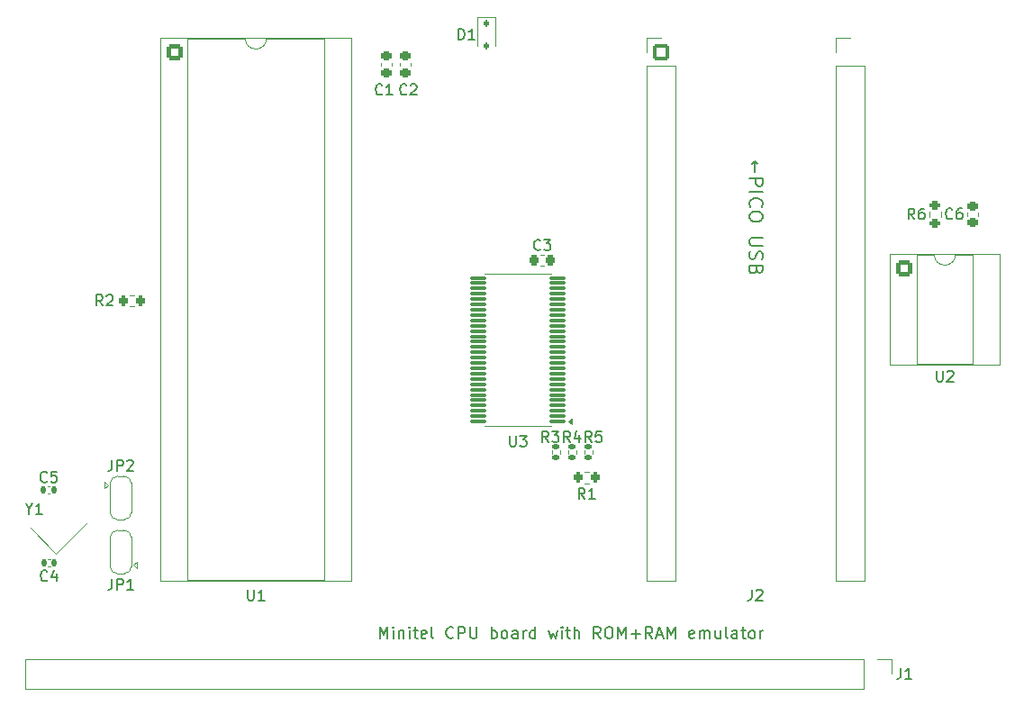
<source format=gbr>
%TF.GenerationSoftware,KiCad,Pcbnew,9.0.6-9.0.6~ubuntu24.04.1*%
%TF.CreationDate,2025-12-07T17:22:10+00:00*%
%TF.ProjectId,board_722039m,626f6172-645f-4373-9232-3033396d2e6b,rev?*%
%TF.SameCoordinates,Original*%
%TF.FileFunction,Legend,Top*%
%TF.FilePolarity,Positive*%
%FSLAX46Y46*%
G04 Gerber Fmt 4.6, Leading zero omitted, Abs format (unit mm)*
G04 Created by KiCad (PCBNEW 9.0.6-9.0.6~ubuntu24.04.1) date 2025-12-07 17:22:10*
%MOMM*%
%LPD*%
G01*
G04 APERTURE LIST*
G04 Aperture macros list*
%AMRoundRect*
0 Rectangle with rounded corners*
0 $1 Rounding radius*
0 $2 $3 $4 $5 $6 $7 $8 $9 X,Y pos of 4 corners*
0 Add a 4 corners polygon primitive as box body*
4,1,4,$2,$3,$4,$5,$6,$7,$8,$9,$2,$3,0*
0 Add four circle primitives for the rounded corners*
1,1,$1+$1,$2,$3*
1,1,$1+$1,$4,$5*
1,1,$1+$1,$6,$7*
1,1,$1+$1,$8,$9*
0 Add four rect primitives between the rounded corners*
20,1,$1+$1,$2,$3,$4,$5,0*
20,1,$1+$1,$4,$5,$6,$7,0*
20,1,$1+$1,$6,$7,$8,$9,0*
20,1,$1+$1,$8,$9,$2,$3,0*%
%AMFreePoly0*
4,1,23,0.550000,-0.750000,0.000000,-0.750000,0.000000,-0.745722,-0.065263,-0.745722,-0.191342,-0.711940,-0.304381,-0.646677,-0.396677,-0.554381,-0.461940,-0.441342,-0.495722,-0.315263,-0.495722,-0.250000,-0.500000,-0.250000,-0.500000,0.250000,-0.495722,0.250000,-0.495722,0.315263,-0.461940,0.441342,-0.396677,0.554381,-0.304381,0.646677,-0.191342,0.711940,-0.065263,0.745722,0.000000,0.745722,
0.000000,0.750000,0.550000,0.750000,0.550000,-0.750000,0.550000,-0.750000,$1*%
%AMFreePoly1*
4,1,23,0.000000,0.745722,0.065263,0.745722,0.191342,0.711940,0.304381,0.646677,0.396677,0.554381,0.461940,0.441342,0.495722,0.315263,0.495722,0.250000,0.500000,0.250000,0.500000,-0.250000,0.495722,-0.250000,0.495722,-0.315263,0.461940,-0.441342,0.396677,-0.554381,0.304381,-0.646677,0.191342,-0.711940,0.065263,-0.745722,0.000000,-0.745722,0.000000,-0.750000,-0.550000,-0.750000,
-0.550000,0.750000,0.000000,0.750000,0.000000,0.745722,0.000000,0.745722,$1*%
%AMFreePoly2*
4,1,37,0.603843,0.796157,0.639018,0.796157,0.711114,0.766294,0.766294,0.711114,0.796157,0.639018,0.796157,0.603843,0.800000,0.600000,0.800000,-0.600000,0.796157,-0.603843,0.796157,-0.639018,0.766294,-0.711114,0.711114,-0.766294,0.639018,-0.796157,0.603843,-0.796157,0.600000,-0.800000,0.000000,-0.800000,0.000000,-0.796148,-0.078414,-0.796148,-0.232228,-0.765552,-0.377117,-0.705537,
-0.507515,-0.618408,-0.618408,-0.507515,-0.705537,-0.377117,-0.765552,-0.232228,-0.796148,-0.078414,-0.796148,0.078414,-0.765552,0.232228,-0.705537,0.377117,-0.618408,0.507515,-0.507515,0.618408,-0.377117,0.705537,-0.232228,0.765552,-0.078414,0.796148,0.000000,0.796148,0.000000,0.800000,0.600000,0.800000,0.603843,0.796157,0.603843,0.796157,$1*%
%AMFreePoly3*
4,1,37,0.000000,0.796148,0.078414,0.796148,0.232228,0.765552,0.377117,0.705537,0.507515,0.618408,0.618408,0.507515,0.705537,0.377117,0.765552,0.232228,0.796148,0.078414,0.796148,-0.078414,0.765552,-0.232228,0.705537,-0.377117,0.618408,-0.507515,0.507515,-0.618408,0.377117,-0.705537,0.232228,-0.765552,0.078414,-0.796148,0.000000,-0.796148,0.000000,-0.800000,-0.600000,-0.800000,
-0.603843,-0.796157,-0.639018,-0.796157,-0.711114,-0.766294,-0.766294,-0.711114,-0.796157,-0.639018,-0.796157,-0.603843,-0.800000,-0.600000,-0.800000,0.600000,-0.796157,0.603843,-0.796157,0.639018,-0.766294,0.711114,-0.711114,0.766294,-0.639018,0.796157,-0.603843,0.796157,-0.600000,0.800000,0.000000,0.800000,0.000000,0.796148,0.000000,0.796148,$1*%
G04 Aperture macros list end*
%ADD10C,0.180000*%
%ADD11C,0.200000*%
%ADD12C,0.150000*%
%ADD13C,0.120000*%
%ADD14RoundRect,0.250000X-0.550000X-0.550000X0.550000X-0.550000X0.550000X0.550000X-0.550000X0.550000X0*%
%ADD15C,1.600000*%
%ADD16RoundRect,0.140000X-0.140000X-0.170000X0.140000X-0.170000X0.140000X0.170000X-0.140000X0.170000X0*%
%ADD17C,1.300000*%
%ADD18RoundRect,0.135000X0.185000X-0.135000X0.185000X0.135000X-0.185000X0.135000X-0.185000X-0.135000X0*%
%ADD19RoundRect,0.075000X0.662500X0.075000X-0.662500X0.075000X-0.662500X-0.075000X0.662500X-0.075000X0*%
%ADD20FreePoly0,270.000000*%
%ADD21R,1.500000X1.000000*%
%ADD22FreePoly1,270.000000*%
%ADD23RoundRect,0.225000X-0.250000X0.225000X-0.250000X-0.225000X0.250000X-0.225000X0.250000X0.225000X0*%
%ADD24RoundRect,0.250000X-0.070711X-0.565685X0.565685X0.070711X0.070711X0.565685X-0.565685X-0.070711X0*%
%ADD25RoundRect,0.225000X-0.225000X-0.250000X0.225000X-0.250000X0.225000X0.250000X-0.225000X0.250000X0*%
%ADD26RoundRect,0.112500X-0.112500X0.187500X-0.112500X-0.187500X0.112500X-0.187500X0.112500X0.187500X0*%
%ADD27RoundRect,0.200000X-0.600000X-0.600000X0.600000X-0.600000X0.600000X0.600000X-0.600000X0.600000X0*%
%ADD28FreePoly2,0.000000*%
%ADD29FreePoly3,0.000000*%
%ADD30RoundRect,0.200000X0.200000X0.275000X-0.200000X0.275000X-0.200000X-0.275000X0.200000X-0.275000X0*%
%ADD31RoundRect,0.200000X-0.200000X-0.275000X0.200000X-0.275000X0.200000X0.275000X-0.200000X0.275000X0*%
%ADD32FreePoly0,90.000000*%
%ADD33FreePoly1,90.000000*%
%ADD34RoundRect,0.200000X-0.275000X0.200000X-0.275000X-0.200000X0.275000X-0.200000X0.275000X0.200000X0*%
%ADD35R,1.700000X1.700000*%
%ADD36C,1.700000*%
G04 APERTURE END LIST*
D10*
X81398925Y-92972420D02*
X81398925Y-91872420D01*
X81398925Y-91872420D02*
X81765592Y-92658135D01*
X81765592Y-92658135D02*
X82132259Y-91872420D01*
X82132259Y-91872420D02*
X82132259Y-92972420D01*
X82656068Y-92972420D02*
X82656068Y-92239087D01*
X82656068Y-91872420D02*
X82603687Y-91924801D01*
X82603687Y-91924801D02*
X82656068Y-91977182D01*
X82656068Y-91977182D02*
X82708449Y-91924801D01*
X82708449Y-91924801D02*
X82656068Y-91872420D01*
X82656068Y-91872420D02*
X82656068Y-91977182D01*
X83179878Y-92239087D02*
X83179878Y-92972420D01*
X83179878Y-92343849D02*
X83232259Y-92291468D01*
X83232259Y-92291468D02*
X83337021Y-92239087D01*
X83337021Y-92239087D02*
X83494164Y-92239087D01*
X83494164Y-92239087D02*
X83598926Y-92291468D01*
X83598926Y-92291468D02*
X83651307Y-92396230D01*
X83651307Y-92396230D02*
X83651307Y-92972420D01*
X84175116Y-92972420D02*
X84175116Y-92239087D01*
X84175116Y-91872420D02*
X84122735Y-91924801D01*
X84122735Y-91924801D02*
X84175116Y-91977182D01*
X84175116Y-91977182D02*
X84227497Y-91924801D01*
X84227497Y-91924801D02*
X84175116Y-91872420D01*
X84175116Y-91872420D02*
X84175116Y-91977182D01*
X84541783Y-92239087D02*
X84960831Y-92239087D01*
X84698926Y-91872420D02*
X84698926Y-92815278D01*
X84698926Y-92815278D02*
X84751307Y-92920040D01*
X84751307Y-92920040D02*
X84856069Y-92972420D01*
X84856069Y-92972420D02*
X84960831Y-92972420D01*
X85746545Y-92920040D02*
X85641783Y-92972420D01*
X85641783Y-92972420D02*
X85432259Y-92972420D01*
X85432259Y-92972420D02*
X85327497Y-92920040D01*
X85327497Y-92920040D02*
X85275116Y-92815278D01*
X85275116Y-92815278D02*
X85275116Y-92396230D01*
X85275116Y-92396230D02*
X85327497Y-92291468D01*
X85327497Y-92291468D02*
X85432259Y-92239087D01*
X85432259Y-92239087D02*
X85641783Y-92239087D01*
X85641783Y-92239087D02*
X85746545Y-92291468D01*
X85746545Y-92291468D02*
X85798926Y-92396230D01*
X85798926Y-92396230D02*
X85798926Y-92500992D01*
X85798926Y-92500992D02*
X85275116Y-92605754D01*
X86427497Y-92972420D02*
X86322735Y-92920040D01*
X86322735Y-92920040D02*
X86270354Y-92815278D01*
X86270354Y-92815278D02*
X86270354Y-91872420D01*
X88313211Y-92867659D02*
X88260830Y-92920040D01*
X88260830Y-92920040D02*
X88103687Y-92972420D01*
X88103687Y-92972420D02*
X87998925Y-92972420D01*
X87998925Y-92972420D02*
X87841782Y-92920040D01*
X87841782Y-92920040D02*
X87737020Y-92815278D01*
X87737020Y-92815278D02*
X87684639Y-92710516D01*
X87684639Y-92710516D02*
X87632258Y-92500992D01*
X87632258Y-92500992D02*
X87632258Y-92343849D01*
X87632258Y-92343849D02*
X87684639Y-92134325D01*
X87684639Y-92134325D02*
X87737020Y-92029563D01*
X87737020Y-92029563D02*
X87841782Y-91924801D01*
X87841782Y-91924801D02*
X87998925Y-91872420D01*
X87998925Y-91872420D02*
X88103687Y-91872420D01*
X88103687Y-91872420D02*
X88260830Y-91924801D01*
X88260830Y-91924801D02*
X88313211Y-91977182D01*
X88784639Y-92972420D02*
X88784639Y-91872420D01*
X88784639Y-91872420D02*
X89203687Y-91872420D01*
X89203687Y-91872420D02*
X89308449Y-91924801D01*
X89308449Y-91924801D02*
X89360830Y-91977182D01*
X89360830Y-91977182D02*
X89413211Y-92081944D01*
X89413211Y-92081944D02*
X89413211Y-92239087D01*
X89413211Y-92239087D02*
X89360830Y-92343849D01*
X89360830Y-92343849D02*
X89308449Y-92396230D01*
X89308449Y-92396230D02*
X89203687Y-92448611D01*
X89203687Y-92448611D02*
X88784639Y-92448611D01*
X89884639Y-91872420D02*
X89884639Y-92762897D01*
X89884639Y-92762897D02*
X89937020Y-92867659D01*
X89937020Y-92867659D02*
X89989401Y-92920040D01*
X89989401Y-92920040D02*
X90094163Y-92972420D01*
X90094163Y-92972420D02*
X90303687Y-92972420D01*
X90303687Y-92972420D02*
X90408449Y-92920040D01*
X90408449Y-92920040D02*
X90460830Y-92867659D01*
X90460830Y-92867659D02*
X90513211Y-92762897D01*
X90513211Y-92762897D02*
X90513211Y-91872420D01*
X91875115Y-92972420D02*
X91875115Y-91872420D01*
X91875115Y-92291468D02*
X91979877Y-92239087D01*
X91979877Y-92239087D02*
X92189401Y-92239087D01*
X92189401Y-92239087D02*
X92294163Y-92291468D01*
X92294163Y-92291468D02*
X92346544Y-92343849D01*
X92346544Y-92343849D02*
X92398925Y-92448611D01*
X92398925Y-92448611D02*
X92398925Y-92762897D01*
X92398925Y-92762897D02*
X92346544Y-92867659D01*
X92346544Y-92867659D02*
X92294163Y-92920040D01*
X92294163Y-92920040D02*
X92189401Y-92972420D01*
X92189401Y-92972420D02*
X91979877Y-92972420D01*
X91979877Y-92972420D02*
X91875115Y-92920040D01*
X93027496Y-92972420D02*
X92922734Y-92920040D01*
X92922734Y-92920040D02*
X92870353Y-92867659D01*
X92870353Y-92867659D02*
X92817972Y-92762897D01*
X92817972Y-92762897D02*
X92817972Y-92448611D01*
X92817972Y-92448611D02*
X92870353Y-92343849D01*
X92870353Y-92343849D02*
X92922734Y-92291468D01*
X92922734Y-92291468D02*
X93027496Y-92239087D01*
X93027496Y-92239087D02*
X93184639Y-92239087D01*
X93184639Y-92239087D02*
X93289401Y-92291468D01*
X93289401Y-92291468D02*
X93341782Y-92343849D01*
X93341782Y-92343849D02*
X93394163Y-92448611D01*
X93394163Y-92448611D02*
X93394163Y-92762897D01*
X93394163Y-92762897D02*
X93341782Y-92867659D01*
X93341782Y-92867659D02*
X93289401Y-92920040D01*
X93289401Y-92920040D02*
X93184639Y-92972420D01*
X93184639Y-92972420D02*
X93027496Y-92972420D01*
X94337020Y-92972420D02*
X94337020Y-92396230D01*
X94337020Y-92396230D02*
X94284639Y-92291468D01*
X94284639Y-92291468D02*
X94179877Y-92239087D01*
X94179877Y-92239087D02*
X93970353Y-92239087D01*
X93970353Y-92239087D02*
X93865591Y-92291468D01*
X94337020Y-92920040D02*
X94232258Y-92972420D01*
X94232258Y-92972420D02*
X93970353Y-92972420D01*
X93970353Y-92972420D02*
X93865591Y-92920040D01*
X93865591Y-92920040D02*
X93813210Y-92815278D01*
X93813210Y-92815278D02*
X93813210Y-92710516D01*
X93813210Y-92710516D02*
X93865591Y-92605754D01*
X93865591Y-92605754D02*
X93970353Y-92553373D01*
X93970353Y-92553373D02*
X94232258Y-92553373D01*
X94232258Y-92553373D02*
X94337020Y-92500992D01*
X94860829Y-92972420D02*
X94860829Y-92239087D01*
X94860829Y-92448611D02*
X94913210Y-92343849D01*
X94913210Y-92343849D02*
X94965591Y-92291468D01*
X94965591Y-92291468D02*
X95070353Y-92239087D01*
X95070353Y-92239087D02*
X95175115Y-92239087D01*
X96013210Y-92972420D02*
X96013210Y-91872420D01*
X96013210Y-92920040D02*
X95908448Y-92972420D01*
X95908448Y-92972420D02*
X95698924Y-92972420D01*
X95698924Y-92972420D02*
X95594162Y-92920040D01*
X95594162Y-92920040D02*
X95541781Y-92867659D01*
X95541781Y-92867659D02*
X95489400Y-92762897D01*
X95489400Y-92762897D02*
X95489400Y-92448611D01*
X95489400Y-92448611D02*
X95541781Y-92343849D01*
X95541781Y-92343849D02*
X95594162Y-92291468D01*
X95594162Y-92291468D02*
X95698924Y-92239087D01*
X95698924Y-92239087D02*
X95908448Y-92239087D01*
X95908448Y-92239087D02*
X96013210Y-92291468D01*
X97270352Y-92239087D02*
X97479876Y-92972420D01*
X97479876Y-92972420D02*
X97689400Y-92448611D01*
X97689400Y-92448611D02*
X97898924Y-92972420D01*
X97898924Y-92972420D02*
X98108448Y-92239087D01*
X98527495Y-92972420D02*
X98527495Y-92239087D01*
X98527495Y-91872420D02*
X98475114Y-91924801D01*
X98475114Y-91924801D02*
X98527495Y-91977182D01*
X98527495Y-91977182D02*
X98579876Y-91924801D01*
X98579876Y-91924801D02*
X98527495Y-91872420D01*
X98527495Y-91872420D02*
X98527495Y-91977182D01*
X98894162Y-92239087D02*
X99313210Y-92239087D01*
X99051305Y-91872420D02*
X99051305Y-92815278D01*
X99051305Y-92815278D02*
X99103686Y-92920040D01*
X99103686Y-92920040D02*
X99208448Y-92972420D01*
X99208448Y-92972420D02*
X99313210Y-92972420D01*
X99679876Y-92972420D02*
X99679876Y-91872420D01*
X100151305Y-92972420D02*
X100151305Y-92396230D01*
X100151305Y-92396230D02*
X100098924Y-92291468D01*
X100098924Y-92291468D02*
X99994162Y-92239087D01*
X99994162Y-92239087D02*
X99837019Y-92239087D01*
X99837019Y-92239087D02*
X99732257Y-92291468D01*
X99732257Y-92291468D02*
X99679876Y-92343849D01*
X102141781Y-92972420D02*
X101775114Y-92448611D01*
X101513209Y-92972420D02*
X101513209Y-91872420D01*
X101513209Y-91872420D02*
X101932257Y-91872420D01*
X101932257Y-91872420D02*
X102037019Y-91924801D01*
X102037019Y-91924801D02*
X102089400Y-91977182D01*
X102089400Y-91977182D02*
X102141781Y-92081944D01*
X102141781Y-92081944D02*
X102141781Y-92239087D01*
X102141781Y-92239087D02*
X102089400Y-92343849D01*
X102089400Y-92343849D02*
X102037019Y-92396230D01*
X102037019Y-92396230D02*
X101932257Y-92448611D01*
X101932257Y-92448611D02*
X101513209Y-92448611D01*
X102822733Y-91872420D02*
X103032257Y-91872420D01*
X103032257Y-91872420D02*
X103137019Y-91924801D01*
X103137019Y-91924801D02*
X103241781Y-92029563D01*
X103241781Y-92029563D02*
X103294162Y-92239087D01*
X103294162Y-92239087D02*
X103294162Y-92605754D01*
X103294162Y-92605754D02*
X103241781Y-92815278D01*
X103241781Y-92815278D02*
X103137019Y-92920040D01*
X103137019Y-92920040D02*
X103032257Y-92972420D01*
X103032257Y-92972420D02*
X102822733Y-92972420D01*
X102822733Y-92972420D02*
X102717971Y-92920040D01*
X102717971Y-92920040D02*
X102613209Y-92815278D01*
X102613209Y-92815278D02*
X102560828Y-92605754D01*
X102560828Y-92605754D02*
X102560828Y-92239087D01*
X102560828Y-92239087D02*
X102613209Y-92029563D01*
X102613209Y-92029563D02*
X102717971Y-91924801D01*
X102717971Y-91924801D02*
X102822733Y-91872420D01*
X103765590Y-92972420D02*
X103765590Y-91872420D01*
X103765590Y-91872420D02*
X104132257Y-92658135D01*
X104132257Y-92658135D02*
X104498924Y-91872420D01*
X104498924Y-91872420D02*
X104498924Y-92972420D01*
X105022733Y-92553373D02*
X105860829Y-92553373D01*
X105441781Y-92972420D02*
X105441781Y-92134325D01*
X107013210Y-92972420D02*
X106646543Y-92448611D01*
X106384638Y-92972420D02*
X106384638Y-91872420D01*
X106384638Y-91872420D02*
X106803686Y-91872420D01*
X106803686Y-91872420D02*
X106908448Y-91924801D01*
X106908448Y-91924801D02*
X106960829Y-91977182D01*
X106960829Y-91977182D02*
X107013210Y-92081944D01*
X107013210Y-92081944D02*
X107013210Y-92239087D01*
X107013210Y-92239087D02*
X106960829Y-92343849D01*
X106960829Y-92343849D02*
X106908448Y-92396230D01*
X106908448Y-92396230D02*
X106803686Y-92448611D01*
X106803686Y-92448611D02*
X106384638Y-92448611D01*
X107432257Y-92658135D02*
X107956067Y-92658135D01*
X107327495Y-92972420D02*
X107694162Y-91872420D01*
X107694162Y-91872420D02*
X108060829Y-92972420D01*
X108427495Y-92972420D02*
X108427495Y-91872420D01*
X108427495Y-91872420D02*
X108794162Y-92658135D01*
X108794162Y-92658135D02*
X109160829Y-91872420D01*
X109160829Y-91872420D02*
X109160829Y-92972420D01*
X110941781Y-92920040D02*
X110837019Y-92972420D01*
X110837019Y-92972420D02*
X110627495Y-92972420D01*
X110627495Y-92972420D02*
X110522733Y-92920040D01*
X110522733Y-92920040D02*
X110470352Y-92815278D01*
X110470352Y-92815278D02*
X110470352Y-92396230D01*
X110470352Y-92396230D02*
X110522733Y-92291468D01*
X110522733Y-92291468D02*
X110627495Y-92239087D01*
X110627495Y-92239087D02*
X110837019Y-92239087D01*
X110837019Y-92239087D02*
X110941781Y-92291468D01*
X110941781Y-92291468D02*
X110994162Y-92396230D01*
X110994162Y-92396230D02*
X110994162Y-92500992D01*
X110994162Y-92500992D02*
X110470352Y-92605754D01*
X111465590Y-92972420D02*
X111465590Y-92239087D01*
X111465590Y-92343849D02*
X111517971Y-92291468D01*
X111517971Y-92291468D02*
X111622733Y-92239087D01*
X111622733Y-92239087D02*
X111779876Y-92239087D01*
X111779876Y-92239087D02*
X111884638Y-92291468D01*
X111884638Y-92291468D02*
X111937019Y-92396230D01*
X111937019Y-92396230D02*
X111937019Y-92972420D01*
X111937019Y-92396230D02*
X111989400Y-92291468D01*
X111989400Y-92291468D02*
X112094162Y-92239087D01*
X112094162Y-92239087D02*
X112251305Y-92239087D01*
X112251305Y-92239087D02*
X112356066Y-92291468D01*
X112356066Y-92291468D02*
X112408447Y-92396230D01*
X112408447Y-92396230D02*
X112408447Y-92972420D01*
X113403686Y-92239087D02*
X113403686Y-92972420D01*
X112932257Y-92239087D02*
X112932257Y-92815278D01*
X112932257Y-92815278D02*
X112984638Y-92920040D01*
X112984638Y-92920040D02*
X113089400Y-92972420D01*
X113089400Y-92972420D02*
X113246543Y-92972420D01*
X113246543Y-92972420D02*
X113351305Y-92920040D01*
X113351305Y-92920040D02*
X113403686Y-92867659D01*
X114084638Y-92972420D02*
X113979876Y-92920040D01*
X113979876Y-92920040D02*
X113927495Y-92815278D01*
X113927495Y-92815278D02*
X113927495Y-91872420D01*
X114975114Y-92972420D02*
X114975114Y-92396230D01*
X114975114Y-92396230D02*
X114922733Y-92291468D01*
X114922733Y-92291468D02*
X114817971Y-92239087D01*
X114817971Y-92239087D02*
X114608447Y-92239087D01*
X114608447Y-92239087D02*
X114503685Y-92291468D01*
X114975114Y-92920040D02*
X114870352Y-92972420D01*
X114870352Y-92972420D02*
X114608447Y-92972420D01*
X114608447Y-92972420D02*
X114503685Y-92920040D01*
X114503685Y-92920040D02*
X114451304Y-92815278D01*
X114451304Y-92815278D02*
X114451304Y-92710516D01*
X114451304Y-92710516D02*
X114503685Y-92605754D01*
X114503685Y-92605754D02*
X114608447Y-92553373D01*
X114608447Y-92553373D02*
X114870352Y-92553373D01*
X114870352Y-92553373D02*
X114975114Y-92500992D01*
X115341780Y-92239087D02*
X115760828Y-92239087D01*
X115498923Y-91872420D02*
X115498923Y-92815278D01*
X115498923Y-92815278D02*
X115551304Y-92920040D01*
X115551304Y-92920040D02*
X115656066Y-92972420D01*
X115656066Y-92972420D02*
X115760828Y-92972420D01*
X116284637Y-92972420D02*
X116179875Y-92920040D01*
X116179875Y-92920040D02*
X116127494Y-92867659D01*
X116127494Y-92867659D02*
X116075113Y-92762897D01*
X116075113Y-92762897D02*
X116075113Y-92448611D01*
X116075113Y-92448611D02*
X116127494Y-92343849D01*
X116127494Y-92343849D02*
X116179875Y-92291468D01*
X116179875Y-92291468D02*
X116284637Y-92239087D01*
X116284637Y-92239087D02*
X116441780Y-92239087D01*
X116441780Y-92239087D02*
X116546542Y-92291468D01*
X116546542Y-92291468D02*
X116598923Y-92343849D01*
X116598923Y-92343849D02*
X116651304Y-92448611D01*
X116651304Y-92448611D02*
X116651304Y-92762897D01*
X116651304Y-92762897D02*
X116598923Y-92867659D01*
X116598923Y-92867659D02*
X116546542Y-92920040D01*
X116546542Y-92920040D02*
X116441780Y-92972420D01*
X116441780Y-92972420D02*
X116284637Y-92972420D01*
X117122732Y-92972420D02*
X117122732Y-92239087D01*
X117122732Y-92448611D02*
X117175113Y-92343849D01*
X117175113Y-92343849D02*
X117227494Y-92291468D01*
X117227494Y-92291468D02*
X117332256Y-92239087D01*
X117332256Y-92239087D02*
X117437018Y-92239087D01*
D11*
X116606233Y-49099524D02*
X116606233Y-48109047D01*
X116358614Y-48356666D02*
X116606233Y-48109047D01*
X116606233Y-48109047D02*
X116853852Y-48356666D01*
X116110995Y-49718571D02*
X117410995Y-49718571D01*
X117410995Y-49718571D02*
X117410995Y-50213809D01*
X117410995Y-50213809D02*
X117349090Y-50337619D01*
X117349090Y-50337619D02*
X117287185Y-50399524D01*
X117287185Y-50399524D02*
X117163376Y-50461428D01*
X117163376Y-50461428D02*
X116977661Y-50461428D01*
X116977661Y-50461428D02*
X116853852Y-50399524D01*
X116853852Y-50399524D02*
X116791947Y-50337619D01*
X116791947Y-50337619D02*
X116730042Y-50213809D01*
X116730042Y-50213809D02*
X116730042Y-49718571D01*
X116110995Y-51018571D02*
X117410995Y-51018571D01*
X116234804Y-52380476D02*
X116172900Y-52318572D01*
X116172900Y-52318572D02*
X116110995Y-52132857D01*
X116110995Y-52132857D02*
X116110995Y-52009048D01*
X116110995Y-52009048D02*
X116172900Y-51823334D01*
X116172900Y-51823334D02*
X116296709Y-51699524D01*
X116296709Y-51699524D02*
X116420519Y-51637619D01*
X116420519Y-51637619D02*
X116668138Y-51575715D01*
X116668138Y-51575715D02*
X116853852Y-51575715D01*
X116853852Y-51575715D02*
X117101471Y-51637619D01*
X117101471Y-51637619D02*
X117225280Y-51699524D01*
X117225280Y-51699524D02*
X117349090Y-51823334D01*
X117349090Y-51823334D02*
X117410995Y-52009048D01*
X117410995Y-52009048D02*
X117410995Y-52132857D01*
X117410995Y-52132857D02*
X117349090Y-52318572D01*
X117349090Y-52318572D02*
X117287185Y-52380476D01*
X117410995Y-53185238D02*
X117410995Y-53432857D01*
X117410995Y-53432857D02*
X117349090Y-53556667D01*
X117349090Y-53556667D02*
X117225280Y-53680476D01*
X117225280Y-53680476D02*
X116977661Y-53742381D01*
X116977661Y-53742381D02*
X116544328Y-53742381D01*
X116544328Y-53742381D02*
X116296709Y-53680476D01*
X116296709Y-53680476D02*
X116172900Y-53556667D01*
X116172900Y-53556667D02*
X116110995Y-53432857D01*
X116110995Y-53432857D02*
X116110995Y-53185238D01*
X116110995Y-53185238D02*
X116172900Y-53061429D01*
X116172900Y-53061429D02*
X116296709Y-52937619D01*
X116296709Y-52937619D02*
X116544328Y-52875715D01*
X116544328Y-52875715D02*
X116977661Y-52875715D01*
X116977661Y-52875715D02*
X117225280Y-52937619D01*
X117225280Y-52937619D02*
X117349090Y-53061429D01*
X117349090Y-53061429D02*
X117410995Y-53185238D01*
X117410995Y-55290000D02*
X116358614Y-55290000D01*
X116358614Y-55290000D02*
X116234804Y-55351905D01*
X116234804Y-55351905D02*
X116172900Y-55413810D01*
X116172900Y-55413810D02*
X116110995Y-55537619D01*
X116110995Y-55537619D02*
X116110995Y-55785238D01*
X116110995Y-55785238D02*
X116172900Y-55909048D01*
X116172900Y-55909048D02*
X116234804Y-55970953D01*
X116234804Y-55970953D02*
X116358614Y-56032857D01*
X116358614Y-56032857D02*
X117410995Y-56032857D01*
X116172900Y-56590001D02*
X116110995Y-56775715D01*
X116110995Y-56775715D02*
X116110995Y-57085239D01*
X116110995Y-57085239D02*
X116172900Y-57209048D01*
X116172900Y-57209048D02*
X116234804Y-57270953D01*
X116234804Y-57270953D02*
X116358614Y-57332858D01*
X116358614Y-57332858D02*
X116482423Y-57332858D01*
X116482423Y-57332858D02*
X116606233Y-57270953D01*
X116606233Y-57270953D02*
X116668138Y-57209048D01*
X116668138Y-57209048D02*
X116730042Y-57085239D01*
X116730042Y-57085239D02*
X116791947Y-56837620D01*
X116791947Y-56837620D02*
X116853852Y-56713810D01*
X116853852Y-56713810D02*
X116915757Y-56651905D01*
X116915757Y-56651905D02*
X117039566Y-56590001D01*
X117039566Y-56590001D02*
X117163376Y-56590001D01*
X117163376Y-56590001D02*
X117287185Y-56651905D01*
X117287185Y-56651905D02*
X117349090Y-56713810D01*
X117349090Y-56713810D02*
X117410995Y-56837620D01*
X117410995Y-56837620D02*
X117410995Y-57147143D01*
X117410995Y-57147143D02*
X117349090Y-57332858D01*
X116791947Y-58323334D02*
X116730042Y-58509048D01*
X116730042Y-58509048D02*
X116668138Y-58570953D01*
X116668138Y-58570953D02*
X116544328Y-58632857D01*
X116544328Y-58632857D02*
X116358614Y-58632857D01*
X116358614Y-58632857D02*
X116234804Y-58570953D01*
X116234804Y-58570953D02*
X116172900Y-58509048D01*
X116172900Y-58509048D02*
X116110995Y-58385238D01*
X116110995Y-58385238D02*
X116110995Y-57890000D01*
X116110995Y-57890000D02*
X117410995Y-57890000D01*
X117410995Y-57890000D02*
X117410995Y-58323334D01*
X117410995Y-58323334D02*
X117349090Y-58447143D01*
X117349090Y-58447143D02*
X117287185Y-58509048D01*
X117287185Y-58509048D02*
X117163376Y-58570953D01*
X117163376Y-58570953D02*
X117039566Y-58570953D01*
X117039566Y-58570953D02*
X116915757Y-58509048D01*
X116915757Y-58509048D02*
X116853852Y-58447143D01*
X116853852Y-58447143D02*
X116791947Y-58323334D01*
X116791947Y-58323334D02*
X116791947Y-57890000D01*
D12*
X68978095Y-88388819D02*
X68978095Y-89198342D01*
X68978095Y-89198342D02*
X69025714Y-89293580D01*
X69025714Y-89293580D02*
X69073333Y-89341200D01*
X69073333Y-89341200D02*
X69168571Y-89388819D01*
X69168571Y-89388819D02*
X69359047Y-89388819D01*
X69359047Y-89388819D02*
X69454285Y-89341200D01*
X69454285Y-89341200D02*
X69501904Y-89293580D01*
X69501904Y-89293580D02*
X69549523Y-89198342D01*
X69549523Y-89198342D02*
X69549523Y-88388819D01*
X70549523Y-89388819D02*
X69978095Y-89388819D01*
X70263809Y-89388819D02*
X70263809Y-88388819D01*
X70263809Y-88388819D02*
X70168571Y-88531676D01*
X70168571Y-88531676D02*
X70073333Y-88626914D01*
X70073333Y-88626914D02*
X69978095Y-88674533D01*
X50097333Y-78193580D02*
X50049714Y-78241200D01*
X50049714Y-78241200D02*
X49906857Y-78288819D01*
X49906857Y-78288819D02*
X49811619Y-78288819D01*
X49811619Y-78288819D02*
X49668762Y-78241200D01*
X49668762Y-78241200D02*
X49573524Y-78145961D01*
X49573524Y-78145961D02*
X49525905Y-78050723D01*
X49525905Y-78050723D02*
X49478286Y-77860247D01*
X49478286Y-77860247D02*
X49478286Y-77717390D01*
X49478286Y-77717390D02*
X49525905Y-77526914D01*
X49525905Y-77526914D02*
X49573524Y-77431676D01*
X49573524Y-77431676D02*
X49668762Y-77336438D01*
X49668762Y-77336438D02*
X49811619Y-77288819D01*
X49811619Y-77288819D02*
X49906857Y-77288819D01*
X49906857Y-77288819D02*
X50049714Y-77336438D01*
X50049714Y-77336438D02*
X50097333Y-77384057D01*
X51002095Y-77288819D02*
X50525905Y-77288819D01*
X50525905Y-77288819D02*
X50478286Y-77765009D01*
X50478286Y-77765009D02*
X50525905Y-77717390D01*
X50525905Y-77717390D02*
X50621143Y-77669771D01*
X50621143Y-77669771D02*
X50859238Y-77669771D01*
X50859238Y-77669771D02*
X50954476Y-77717390D01*
X50954476Y-77717390D02*
X51002095Y-77765009D01*
X51002095Y-77765009D02*
X51049714Y-77860247D01*
X51049714Y-77860247D02*
X51049714Y-78098342D01*
X51049714Y-78098342D02*
X51002095Y-78193580D01*
X51002095Y-78193580D02*
X50954476Y-78241200D01*
X50954476Y-78241200D02*
X50859238Y-78288819D01*
X50859238Y-78288819D02*
X50621143Y-78288819D01*
X50621143Y-78288819D02*
X50525905Y-78241200D01*
X50525905Y-78241200D02*
X50478286Y-78193580D01*
X101306333Y-74495819D02*
X100973000Y-74019628D01*
X100734905Y-74495819D02*
X100734905Y-73495819D01*
X100734905Y-73495819D02*
X101115857Y-73495819D01*
X101115857Y-73495819D02*
X101211095Y-73543438D01*
X101211095Y-73543438D02*
X101258714Y-73591057D01*
X101258714Y-73591057D02*
X101306333Y-73686295D01*
X101306333Y-73686295D02*
X101306333Y-73829152D01*
X101306333Y-73829152D02*
X101258714Y-73924390D01*
X101258714Y-73924390D02*
X101211095Y-73972009D01*
X101211095Y-73972009D02*
X101115857Y-74019628D01*
X101115857Y-74019628D02*
X100734905Y-74019628D01*
X102211095Y-73495819D02*
X101734905Y-73495819D01*
X101734905Y-73495819D02*
X101687286Y-73972009D01*
X101687286Y-73972009D02*
X101734905Y-73924390D01*
X101734905Y-73924390D02*
X101830143Y-73876771D01*
X101830143Y-73876771D02*
X102068238Y-73876771D01*
X102068238Y-73876771D02*
X102163476Y-73924390D01*
X102163476Y-73924390D02*
X102211095Y-73972009D01*
X102211095Y-73972009D02*
X102258714Y-74067247D01*
X102258714Y-74067247D02*
X102258714Y-74305342D01*
X102258714Y-74305342D02*
X102211095Y-74400580D01*
X102211095Y-74400580D02*
X102163476Y-74448200D01*
X102163476Y-74448200D02*
X102068238Y-74495819D01*
X102068238Y-74495819D02*
X101830143Y-74495819D01*
X101830143Y-74495819D02*
X101734905Y-74448200D01*
X101734905Y-74448200D02*
X101687286Y-74400580D01*
X93616095Y-73910819D02*
X93616095Y-74720342D01*
X93616095Y-74720342D02*
X93663714Y-74815580D01*
X93663714Y-74815580D02*
X93711333Y-74863200D01*
X93711333Y-74863200D02*
X93806571Y-74910819D01*
X93806571Y-74910819D02*
X93997047Y-74910819D01*
X93997047Y-74910819D02*
X94092285Y-74863200D01*
X94092285Y-74863200D02*
X94139904Y-74815580D01*
X94139904Y-74815580D02*
X94187523Y-74720342D01*
X94187523Y-74720342D02*
X94187523Y-73910819D01*
X94568476Y-73910819D02*
X95187523Y-73910819D01*
X95187523Y-73910819D02*
X94854190Y-74291771D01*
X94854190Y-74291771D02*
X94997047Y-74291771D01*
X94997047Y-74291771D02*
X95092285Y-74339390D01*
X95092285Y-74339390D02*
X95139904Y-74387009D01*
X95139904Y-74387009D02*
X95187523Y-74482247D01*
X95187523Y-74482247D02*
X95187523Y-74720342D01*
X95187523Y-74720342D02*
X95139904Y-74815580D01*
X95139904Y-74815580D02*
X95092285Y-74863200D01*
X95092285Y-74863200D02*
X94997047Y-74910819D01*
X94997047Y-74910819D02*
X94711333Y-74910819D01*
X94711333Y-74910819D02*
X94616095Y-74863200D01*
X94616095Y-74863200D02*
X94568476Y-74815580D01*
X99291333Y-74495819D02*
X98958000Y-74019628D01*
X98719905Y-74495819D02*
X98719905Y-73495819D01*
X98719905Y-73495819D02*
X99100857Y-73495819D01*
X99100857Y-73495819D02*
X99196095Y-73543438D01*
X99196095Y-73543438D02*
X99243714Y-73591057D01*
X99243714Y-73591057D02*
X99291333Y-73686295D01*
X99291333Y-73686295D02*
X99291333Y-73829152D01*
X99291333Y-73829152D02*
X99243714Y-73924390D01*
X99243714Y-73924390D02*
X99196095Y-73972009D01*
X99196095Y-73972009D02*
X99100857Y-74019628D01*
X99100857Y-74019628D02*
X98719905Y-74019628D01*
X100148476Y-73829152D02*
X100148476Y-74495819D01*
X99910381Y-73448200D02*
X99672286Y-74162485D01*
X99672286Y-74162485D02*
X100291333Y-74162485D01*
X56206666Y-76196819D02*
X56206666Y-76911104D01*
X56206666Y-76911104D02*
X56159047Y-77053961D01*
X56159047Y-77053961D02*
X56063809Y-77149200D01*
X56063809Y-77149200D02*
X55920952Y-77196819D01*
X55920952Y-77196819D02*
X55825714Y-77196819D01*
X56682857Y-77196819D02*
X56682857Y-76196819D01*
X56682857Y-76196819D02*
X57063809Y-76196819D01*
X57063809Y-76196819D02*
X57159047Y-76244438D01*
X57159047Y-76244438D02*
X57206666Y-76292057D01*
X57206666Y-76292057D02*
X57254285Y-76387295D01*
X57254285Y-76387295D02*
X57254285Y-76530152D01*
X57254285Y-76530152D02*
X57206666Y-76625390D01*
X57206666Y-76625390D02*
X57159047Y-76673009D01*
X57159047Y-76673009D02*
X57063809Y-76720628D01*
X57063809Y-76720628D02*
X56682857Y-76720628D01*
X57635238Y-76292057D02*
X57682857Y-76244438D01*
X57682857Y-76244438D02*
X57778095Y-76196819D01*
X57778095Y-76196819D02*
X58016190Y-76196819D01*
X58016190Y-76196819D02*
X58111428Y-76244438D01*
X58111428Y-76244438D02*
X58159047Y-76292057D01*
X58159047Y-76292057D02*
X58206666Y-76387295D01*
X58206666Y-76387295D02*
X58206666Y-76482533D01*
X58206666Y-76482533D02*
X58159047Y-76625390D01*
X58159047Y-76625390D02*
X57587619Y-77196819D01*
X57587619Y-77196819D02*
X58206666Y-77196819D01*
X83907333Y-41761580D02*
X83859714Y-41809200D01*
X83859714Y-41809200D02*
X83716857Y-41856819D01*
X83716857Y-41856819D02*
X83621619Y-41856819D01*
X83621619Y-41856819D02*
X83478762Y-41809200D01*
X83478762Y-41809200D02*
X83383524Y-41713961D01*
X83383524Y-41713961D02*
X83335905Y-41618723D01*
X83335905Y-41618723D02*
X83288286Y-41428247D01*
X83288286Y-41428247D02*
X83288286Y-41285390D01*
X83288286Y-41285390D02*
X83335905Y-41094914D01*
X83335905Y-41094914D02*
X83383524Y-40999676D01*
X83383524Y-40999676D02*
X83478762Y-40904438D01*
X83478762Y-40904438D02*
X83621619Y-40856819D01*
X83621619Y-40856819D02*
X83716857Y-40856819D01*
X83716857Y-40856819D02*
X83859714Y-40904438D01*
X83859714Y-40904438D02*
X83907333Y-40952057D01*
X84288286Y-40952057D02*
X84335905Y-40904438D01*
X84335905Y-40904438D02*
X84431143Y-40856819D01*
X84431143Y-40856819D02*
X84669238Y-40856819D01*
X84669238Y-40856819D02*
X84764476Y-40904438D01*
X84764476Y-40904438D02*
X84812095Y-40952057D01*
X84812095Y-40952057D02*
X84859714Y-41047295D01*
X84859714Y-41047295D02*
X84859714Y-41142533D01*
X84859714Y-41142533D02*
X84812095Y-41285390D01*
X84812095Y-41285390D02*
X84240667Y-41856819D01*
X84240667Y-41856819D02*
X84859714Y-41856819D01*
X48435809Y-80784628D02*
X48435809Y-81260819D01*
X48102476Y-80260819D02*
X48435809Y-80784628D01*
X48435809Y-80784628D02*
X48769142Y-80260819D01*
X49626285Y-81260819D02*
X49054857Y-81260819D01*
X49340571Y-81260819D02*
X49340571Y-80260819D01*
X49340571Y-80260819D02*
X49245333Y-80403676D01*
X49245333Y-80403676D02*
X49150095Y-80498914D01*
X49150095Y-80498914D02*
X49054857Y-80546533D01*
X96484333Y-56367580D02*
X96436714Y-56415200D01*
X96436714Y-56415200D02*
X96293857Y-56462819D01*
X96293857Y-56462819D02*
X96198619Y-56462819D01*
X96198619Y-56462819D02*
X96055762Y-56415200D01*
X96055762Y-56415200D02*
X95960524Y-56319961D01*
X95960524Y-56319961D02*
X95912905Y-56224723D01*
X95912905Y-56224723D02*
X95865286Y-56034247D01*
X95865286Y-56034247D02*
X95865286Y-55891390D01*
X95865286Y-55891390D02*
X95912905Y-55700914D01*
X95912905Y-55700914D02*
X95960524Y-55605676D01*
X95960524Y-55605676D02*
X96055762Y-55510438D01*
X96055762Y-55510438D02*
X96198619Y-55462819D01*
X96198619Y-55462819D02*
X96293857Y-55462819D01*
X96293857Y-55462819D02*
X96436714Y-55510438D01*
X96436714Y-55510438D02*
X96484333Y-55558057D01*
X96817667Y-55462819D02*
X97436714Y-55462819D01*
X97436714Y-55462819D02*
X97103381Y-55843771D01*
X97103381Y-55843771D02*
X97246238Y-55843771D01*
X97246238Y-55843771D02*
X97341476Y-55891390D01*
X97341476Y-55891390D02*
X97389095Y-55939009D01*
X97389095Y-55939009D02*
X97436714Y-56034247D01*
X97436714Y-56034247D02*
X97436714Y-56272342D01*
X97436714Y-56272342D02*
X97389095Y-56367580D01*
X97389095Y-56367580D02*
X97341476Y-56415200D01*
X97341476Y-56415200D02*
X97246238Y-56462819D01*
X97246238Y-56462819D02*
X96960524Y-56462819D01*
X96960524Y-56462819D02*
X96865286Y-56415200D01*
X96865286Y-56415200D02*
X96817667Y-56367580D01*
X88796905Y-36649819D02*
X88796905Y-35649819D01*
X88796905Y-35649819D02*
X89035000Y-35649819D01*
X89035000Y-35649819D02*
X89177857Y-35697438D01*
X89177857Y-35697438D02*
X89273095Y-35792676D01*
X89273095Y-35792676D02*
X89320714Y-35887914D01*
X89320714Y-35887914D02*
X89368333Y-36078390D01*
X89368333Y-36078390D02*
X89368333Y-36221247D01*
X89368333Y-36221247D02*
X89320714Y-36411723D01*
X89320714Y-36411723D02*
X89273095Y-36506961D01*
X89273095Y-36506961D02*
X89177857Y-36602200D01*
X89177857Y-36602200D02*
X89035000Y-36649819D01*
X89035000Y-36649819D02*
X88796905Y-36649819D01*
X90320714Y-36649819D02*
X89749286Y-36649819D01*
X90035000Y-36649819D02*
X90035000Y-35649819D01*
X90035000Y-35649819D02*
X89939762Y-35792676D01*
X89939762Y-35792676D02*
X89844524Y-35887914D01*
X89844524Y-35887914D02*
X89749286Y-35935533D01*
X116370350Y-88388819D02*
X116370350Y-89103104D01*
X116370350Y-89103104D02*
X116322731Y-89245961D01*
X116322731Y-89245961D02*
X116227493Y-89341200D01*
X116227493Y-89341200D02*
X116084636Y-89388819D01*
X116084636Y-89388819D02*
X115989398Y-89388819D01*
X116798922Y-88484057D02*
X116846541Y-88436438D01*
X116846541Y-88436438D02*
X116941779Y-88388819D01*
X116941779Y-88388819D02*
X117179874Y-88388819D01*
X117179874Y-88388819D02*
X117275112Y-88436438D01*
X117275112Y-88436438D02*
X117322731Y-88484057D01*
X117322731Y-88484057D02*
X117370350Y-88579295D01*
X117370350Y-88579295D02*
X117370350Y-88674533D01*
X117370350Y-88674533D02*
X117322731Y-88817390D01*
X117322731Y-88817390D02*
X116751303Y-89388819D01*
X116751303Y-89388819D02*
X117370350Y-89388819D01*
X100671333Y-79829819D02*
X100338000Y-79353628D01*
X100099905Y-79829819D02*
X100099905Y-78829819D01*
X100099905Y-78829819D02*
X100480857Y-78829819D01*
X100480857Y-78829819D02*
X100576095Y-78877438D01*
X100576095Y-78877438D02*
X100623714Y-78925057D01*
X100623714Y-78925057D02*
X100671333Y-79020295D01*
X100671333Y-79020295D02*
X100671333Y-79163152D01*
X100671333Y-79163152D02*
X100623714Y-79258390D01*
X100623714Y-79258390D02*
X100576095Y-79306009D01*
X100576095Y-79306009D02*
X100480857Y-79353628D01*
X100480857Y-79353628D02*
X100099905Y-79353628D01*
X101623714Y-79829819D02*
X101052286Y-79829819D01*
X101338000Y-79829819D02*
X101338000Y-78829819D01*
X101338000Y-78829819D02*
X101242762Y-78972676D01*
X101242762Y-78972676D02*
X101147524Y-79067914D01*
X101147524Y-79067914D02*
X101052286Y-79115533D01*
X55333333Y-61668819D02*
X55000000Y-61192628D01*
X54761905Y-61668819D02*
X54761905Y-60668819D01*
X54761905Y-60668819D02*
X55142857Y-60668819D01*
X55142857Y-60668819D02*
X55238095Y-60716438D01*
X55238095Y-60716438D02*
X55285714Y-60764057D01*
X55285714Y-60764057D02*
X55333333Y-60859295D01*
X55333333Y-60859295D02*
X55333333Y-61002152D01*
X55333333Y-61002152D02*
X55285714Y-61097390D01*
X55285714Y-61097390D02*
X55238095Y-61145009D01*
X55238095Y-61145009D02*
X55142857Y-61192628D01*
X55142857Y-61192628D02*
X54761905Y-61192628D01*
X55714286Y-60764057D02*
X55761905Y-60716438D01*
X55761905Y-60716438D02*
X55857143Y-60668819D01*
X55857143Y-60668819D02*
X56095238Y-60668819D01*
X56095238Y-60668819D02*
X56190476Y-60716438D01*
X56190476Y-60716438D02*
X56238095Y-60764057D01*
X56238095Y-60764057D02*
X56285714Y-60859295D01*
X56285714Y-60859295D02*
X56285714Y-60954533D01*
X56285714Y-60954533D02*
X56238095Y-61097390D01*
X56238095Y-61097390D02*
X55666667Y-61668819D01*
X55666667Y-61668819D02*
X56285714Y-61668819D01*
X50125333Y-87481580D02*
X50077714Y-87529200D01*
X50077714Y-87529200D02*
X49934857Y-87576819D01*
X49934857Y-87576819D02*
X49839619Y-87576819D01*
X49839619Y-87576819D02*
X49696762Y-87529200D01*
X49696762Y-87529200D02*
X49601524Y-87433961D01*
X49601524Y-87433961D02*
X49553905Y-87338723D01*
X49553905Y-87338723D02*
X49506286Y-87148247D01*
X49506286Y-87148247D02*
X49506286Y-87005390D01*
X49506286Y-87005390D02*
X49553905Y-86814914D01*
X49553905Y-86814914D02*
X49601524Y-86719676D01*
X49601524Y-86719676D02*
X49696762Y-86624438D01*
X49696762Y-86624438D02*
X49839619Y-86576819D01*
X49839619Y-86576819D02*
X49934857Y-86576819D01*
X49934857Y-86576819D02*
X50077714Y-86624438D01*
X50077714Y-86624438D02*
X50125333Y-86672057D01*
X50982476Y-86910152D02*
X50982476Y-87576819D01*
X50744381Y-86529200D02*
X50506286Y-87243485D01*
X50506286Y-87243485D02*
X51125333Y-87243485D01*
X56206666Y-87372819D02*
X56206666Y-88087104D01*
X56206666Y-88087104D02*
X56159047Y-88229961D01*
X56159047Y-88229961D02*
X56063809Y-88325200D01*
X56063809Y-88325200D02*
X55920952Y-88372819D01*
X55920952Y-88372819D02*
X55825714Y-88372819D01*
X56682857Y-88372819D02*
X56682857Y-87372819D01*
X56682857Y-87372819D02*
X57063809Y-87372819D01*
X57063809Y-87372819D02*
X57159047Y-87420438D01*
X57159047Y-87420438D02*
X57206666Y-87468057D01*
X57206666Y-87468057D02*
X57254285Y-87563295D01*
X57254285Y-87563295D02*
X57254285Y-87706152D01*
X57254285Y-87706152D02*
X57206666Y-87801390D01*
X57206666Y-87801390D02*
X57159047Y-87849009D01*
X57159047Y-87849009D02*
X57063809Y-87896628D01*
X57063809Y-87896628D02*
X56682857Y-87896628D01*
X58206666Y-88372819D02*
X57635238Y-88372819D01*
X57920952Y-88372819D02*
X57920952Y-87372819D01*
X57920952Y-87372819D02*
X57825714Y-87515676D01*
X57825714Y-87515676D02*
X57730476Y-87610914D01*
X57730476Y-87610914D02*
X57635238Y-87658533D01*
X97242333Y-74495819D02*
X96909000Y-74019628D01*
X96670905Y-74495819D02*
X96670905Y-73495819D01*
X96670905Y-73495819D02*
X97051857Y-73495819D01*
X97051857Y-73495819D02*
X97147095Y-73543438D01*
X97147095Y-73543438D02*
X97194714Y-73591057D01*
X97194714Y-73591057D02*
X97242333Y-73686295D01*
X97242333Y-73686295D02*
X97242333Y-73829152D01*
X97242333Y-73829152D02*
X97194714Y-73924390D01*
X97194714Y-73924390D02*
X97147095Y-73972009D01*
X97147095Y-73972009D02*
X97051857Y-74019628D01*
X97051857Y-74019628D02*
X96670905Y-74019628D01*
X97575667Y-73495819D02*
X98194714Y-73495819D01*
X98194714Y-73495819D02*
X97861381Y-73876771D01*
X97861381Y-73876771D02*
X98004238Y-73876771D01*
X98004238Y-73876771D02*
X98099476Y-73924390D01*
X98099476Y-73924390D02*
X98147095Y-73972009D01*
X98147095Y-73972009D02*
X98194714Y-74067247D01*
X98194714Y-74067247D02*
X98194714Y-74305342D01*
X98194714Y-74305342D02*
X98147095Y-74400580D01*
X98147095Y-74400580D02*
X98099476Y-74448200D01*
X98099476Y-74448200D02*
X98004238Y-74495819D01*
X98004238Y-74495819D02*
X97718524Y-74495819D01*
X97718524Y-74495819D02*
X97623286Y-74448200D01*
X97623286Y-74448200D02*
X97575667Y-74400580D01*
X131659333Y-53553819D02*
X131326000Y-53077628D01*
X131087905Y-53553819D02*
X131087905Y-52553819D01*
X131087905Y-52553819D02*
X131468857Y-52553819D01*
X131468857Y-52553819D02*
X131564095Y-52601438D01*
X131564095Y-52601438D02*
X131611714Y-52649057D01*
X131611714Y-52649057D02*
X131659333Y-52744295D01*
X131659333Y-52744295D02*
X131659333Y-52887152D01*
X131659333Y-52887152D02*
X131611714Y-52982390D01*
X131611714Y-52982390D02*
X131564095Y-53030009D01*
X131564095Y-53030009D02*
X131468857Y-53077628D01*
X131468857Y-53077628D02*
X131087905Y-53077628D01*
X132516476Y-52553819D02*
X132326000Y-52553819D01*
X132326000Y-52553819D02*
X132230762Y-52601438D01*
X132230762Y-52601438D02*
X132183143Y-52649057D01*
X132183143Y-52649057D02*
X132087905Y-52791914D01*
X132087905Y-52791914D02*
X132040286Y-52982390D01*
X132040286Y-52982390D02*
X132040286Y-53363342D01*
X132040286Y-53363342D02*
X132087905Y-53458580D01*
X132087905Y-53458580D02*
X132135524Y-53506200D01*
X132135524Y-53506200D02*
X132230762Y-53553819D01*
X132230762Y-53553819D02*
X132421238Y-53553819D01*
X132421238Y-53553819D02*
X132516476Y-53506200D01*
X132516476Y-53506200D02*
X132564095Y-53458580D01*
X132564095Y-53458580D02*
X132611714Y-53363342D01*
X132611714Y-53363342D02*
X132611714Y-53125247D01*
X132611714Y-53125247D02*
X132564095Y-53030009D01*
X132564095Y-53030009D02*
X132516476Y-52982390D01*
X132516476Y-52982390D02*
X132421238Y-52934771D01*
X132421238Y-52934771D02*
X132230762Y-52934771D01*
X132230762Y-52934771D02*
X132135524Y-52982390D01*
X132135524Y-52982390D02*
X132087905Y-53030009D01*
X132087905Y-53030009D02*
X132040286Y-53125247D01*
X81621333Y-41761580D02*
X81573714Y-41809200D01*
X81573714Y-41809200D02*
X81430857Y-41856819D01*
X81430857Y-41856819D02*
X81335619Y-41856819D01*
X81335619Y-41856819D02*
X81192762Y-41809200D01*
X81192762Y-41809200D02*
X81097524Y-41713961D01*
X81097524Y-41713961D02*
X81049905Y-41618723D01*
X81049905Y-41618723D02*
X81002286Y-41428247D01*
X81002286Y-41428247D02*
X81002286Y-41285390D01*
X81002286Y-41285390D02*
X81049905Y-41094914D01*
X81049905Y-41094914D02*
X81097524Y-40999676D01*
X81097524Y-40999676D02*
X81192762Y-40904438D01*
X81192762Y-40904438D02*
X81335619Y-40856819D01*
X81335619Y-40856819D02*
X81430857Y-40856819D01*
X81430857Y-40856819D02*
X81573714Y-40904438D01*
X81573714Y-40904438D02*
X81621333Y-40952057D01*
X82573714Y-41856819D02*
X82002286Y-41856819D01*
X82288000Y-41856819D02*
X82288000Y-40856819D01*
X82288000Y-40856819D02*
X82192762Y-40999676D01*
X82192762Y-40999676D02*
X82097524Y-41094914D01*
X82097524Y-41094914D02*
X82002286Y-41142533D01*
X135215333Y-53445580D02*
X135167714Y-53493200D01*
X135167714Y-53493200D02*
X135024857Y-53540819D01*
X135024857Y-53540819D02*
X134929619Y-53540819D01*
X134929619Y-53540819D02*
X134786762Y-53493200D01*
X134786762Y-53493200D02*
X134691524Y-53397961D01*
X134691524Y-53397961D02*
X134643905Y-53302723D01*
X134643905Y-53302723D02*
X134596286Y-53112247D01*
X134596286Y-53112247D02*
X134596286Y-52969390D01*
X134596286Y-52969390D02*
X134643905Y-52778914D01*
X134643905Y-52778914D02*
X134691524Y-52683676D01*
X134691524Y-52683676D02*
X134786762Y-52588438D01*
X134786762Y-52588438D02*
X134929619Y-52540819D01*
X134929619Y-52540819D02*
X135024857Y-52540819D01*
X135024857Y-52540819D02*
X135167714Y-52588438D01*
X135167714Y-52588438D02*
X135215333Y-52636057D01*
X136072476Y-52540819D02*
X135882000Y-52540819D01*
X135882000Y-52540819D02*
X135786762Y-52588438D01*
X135786762Y-52588438D02*
X135739143Y-52636057D01*
X135739143Y-52636057D02*
X135643905Y-52778914D01*
X135643905Y-52778914D02*
X135596286Y-52969390D01*
X135596286Y-52969390D02*
X135596286Y-53350342D01*
X135596286Y-53350342D02*
X135643905Y-53445580D01*
X135643905Y-53445580D02*
X135691524Y-53493200D01*
X135691524Y-53493200D02*
X135786762Y-53540819D01*
X135786762Y-53540819D02*
X135977238Y-53540819D01*
X135977238Y-53540819D02*
X136072476Y-53493200D01*
X136072476Y-53493200D02*
X136120095Y-53445580D01*
X136120095Y-53445580D02*
X136167714Y-53350342D01*
X136167714Y-53350342D02*
X136167714Y-53112247D01*
X136167714Y-53112247D02*
X136120095Y-53017009D01*
X136120095Y-53017009D02*
X136072476Y-52969390D01*
X136072476Y-52969390D02*
X135977238Y-52921771D01*
X135977238Y-52921771D02*
X135786762Y-52921771D01*
X135786762Y-52921771D02*
X135691524Y-52969390D01*
X135691524Y-52969390D02*
X135643905Y-53017009D01*
X135643905Y-53017009D02*
X135596286Y-53112247D01*
X130366666Y-95754819D02*
X130366666Y-96469104D01*
X130366666Y-96469104D02*
X130319047Y-96611961D01*
X130319047Y-96611961D02*
X130223809Y-96707200D01*
X130223809Y-96707200D02*
X130080952Y-96754819D01*
X130080952Y-96754819D02*
X129985714Y-96754819D01*
X131366666Y-96754819D02*
X130795238Y-96754819D01*
X131080952Y-96754819D02*
X131080952Y-95754819D01*
X131080952Y-95754819D02*
X130985714Y-95897676D01*
X130985714Y-95897676D02*
X130890476Y-95992914D01*
X130890476Y-95992914D02*
X130795238Y-96040533D01*
X133748095Y-67814819D02*
X133748095Y-68624342D01*
X133748095Y-68624342D02*
X133795714Y-68719580D01*
X133795714Y-68719580D02*
X133843333Y-68767200D01*
X133843333Y-68767200D02*
X133938571Y-68814819D01*
X133938571Y-68814819D02*
X134129047Y-68814819D01*
X134129047Y-68814819D02*
X134224285Y-68767200D01*
X134224285Y-68767200D02*
X134271904Y-68719580D01*
X134271904Y-68719580D02*
X134319523Y-68624342D01*
X134319523Y-68624342D02*
X134319523Y-67814819D01*
X134748095Y-67910057D02*
X134795714Y-67862438D01*
X134795714Y-67862438D02*
X134890952Y-67814819D01*
X134890952Y-67814819D02*
X135129047Y-67814819D01*
X135129047Y-67814819D02*
X135224285Y-67862438D01*
X135224285Y-67862438D02*
X135271904Y-67910057D01*
X135271904Y-67910057D02*
X135319523Y-68005295D01*
X135319523Y-68005295D02*
X135319523Y-68100533D01*
X135319523Y-68100533D02*
X135271904Y-68243390D01*
X135271904Y-68243390D02*
X134700476Y-68814819D01*
X134700476Y-68814819D02*
X135319523Y-68814819D01*
D13*
%TO.C,U1*%
X63280000Y-36550000D02*
X63280000Y-87470000D01*
X63280000Y-87470000D02*
X76200000Y-87470000D01*
X68740000Y-36550000D02*
X63280000Y-36550000D01*
X76200000Y-36550000D02*
X70740000Y-36550000D01*
X76200000Y-87470000D02*
X76200000Y-36550000D01*
X60790000Y-36490000D02*
X78690000Y-36490000D01*
X78690000Y-87530000D01*
X60790000Y-87530000D01*
X60790000Y-36490000D01*
X70740000Y-36550000D02*
G75*
G02*
X68740000Y-36550000I-1000000J0D01*
G01*
%TO.C,C5*%
X50156164Y-78634000D02*
X50371836Y-78634000D01*
X50156164Y-79354000D02*
X50371836Y-79354000D01*
%TO.C,R5*%
X100602000Y-75591641D02*
X100602000Y-75284359D01*
X101362000Y-75591641D02*
X101362000Y-75284359D01*
%TO.C,U3*%
X91218000Y-58660000D02*
X97538000Y-58660000D01*
X97538000Y-72980000D02*
X91218000Y-72980000D01*
X99418000Y-72810000D02*
X99088000Y-72570000D01*
X99418000Y-72330000D01*
X99418000Y-72810000D01*
G36*
X99418000Y-72810000D02*
G01*
X99088000Y-72570000D01*
X99418000Y-72330000D01*
X99418000Y-72810000D01*
G37*
%TO.C,R4*%
X99078000Y-75593641D02*
X99078000Y-75286359D01*
X99838000Y-75593641D02*
X99838000Y-75286359D01*
%TO.C,JP2*%
X55540000Y-78260000D02*
X55540000Y-78860000D01*
X55840000Y-78560000D02*
X55540000Y-78260000D01*
X55840000Y-78560000D02*
X55540000Y-78860000D01*
X56040000Y-81160000D02*
X56040000Y-78360000D01*
X56740000Y-77710000D02*
X57340000Y-77710000D01*
X57340000Y-81810000D02*
X56740000Y-81810000D01*
X58040000Y-78360000D02*
X58040000Y-81160000D01*
X56040000Y-78410000D02*
G75*
G02*
X56740000Y-77710000I699999J1D01*
G01*
X56740000Y-81810000D02*
G75*
G02*
X56040000Y-81110000I0J700000D01*
G01*
X57340000Y-77710000D02*
G75*
G02*
X58040000Y-78410000I1J-699999D01*
G01*
X58040000Y-81110000D02*
G75*
G02*
X57340000Y-81810000I-700000J0D01*
G01*
%TO.C,C2*%
X83310000Y-38861420D02*
X83310000Y-39142580D01*
X84330000Y-38861420D02*
X84330000Y-39142580D01*
%TO.C,Y1*%
X48532207Y-82577487D02*
X50950513Y-84995793D01*
X50950513Y-84995793D02*
X53863793Y-82082513D01*
%TO.C,C3*%
X96510420Y-56928000D02*
X96791580Y-56928000D01*
X96510420Y-57948000D02*
X96791580Y-57948000D01*
%TO.C,D1*%
X90590000Y-34585000D02*
X90590000Y-37245000D01*
X92290000Y-34585000D02*
X90590000Y-34585000D01*
X92290000Y-34585000D02*
X92290000Y-37245000D01*
%TO.C,J2*%
X106460000Y-36500000D02*
X107840000Y-36500000D01*
X106460000Y-37880000D02*
X106460000Y-36500000D01*
X106460000Y-39150000D02*
X106460000Y-87520000D01*
X106460000Y-39150000D02*
X109220000Y-39150000D01*
X106460000Y-87520000D02*
X109220000Y-87520000D01*
X109220000Y-39150000D02*
X109220000Y-87520000D01*
X124240000Y-36500000D02*
X125620000Y-36500000D01*
X124240000Y-37880000D02*
X124240000Y-36500000D01*
X124240000Y-39150000D02*
X124240000Y-87520000D01*
X124240000Y-39150000D02*
X127000000Y-39150000D01*
X124240000Y-87520000D02*
X127000000Y-87520000D01*
X127000000Y-39150000D02*
X127000000Y-87520000D01*
%TO.C,R1*%
X101075258Y-77328500D02*
X100600742Y-77328500D01*
X101075258Y-78373500D02*
X100600742Y-78373500D01*
%TO.C,R2*%
X57865742Y-60691500D02*
X58340258Y-60691500D01*
X57865742Y-61736500D02*
X58340258Y-61736500D01*
%TO.C,C4*%
X50184164Y-85492000D02*
X50399836Y-85492000D01*
X50184164Y-86212000D02*
X50399836Y-86212000D01*
%TO.C,JP1*%
X56040000Y-86240000D02*
X56040000Y-83440000D01*
X56740000Y-82790000D02*
X57340000Y-82790000D01*
X57340000Y-86890000D02*
X56740000Y-86890000D01*
X58040000Y-83440000D02*
X58040000Y-86240000D01*
X58240000Y-86040000D02*
X58540000Y-85740000D01*
X58240000Y-86040000D02*
X58540000Y-86340000D01*
X58540000Y-86340000D02*
X58540000Y-85740000D01*
X56040000Y-83490000D02*
G75*
G02*
X56740000Y-82790000I700000J0D01*
G01*
X56740000Y-86890000D02*
G75*
G02*
X56040000Y-86190000I-1J699999D01*
G01*
X57340000Y-82790000D02*
G75*
G02*
X58040000Y-83490000I0J-700000D01*
G01*
X58040000Y-86190000D02*
G75*
G02*
X57340000Y-86890000I-699999J-1D01*
G01*
%TO.C,R3*%
X97554000Y-75593641D02*
X97554000Y-75286359D01*
X98314000Y-75593641D02*
X98314000Y-75286359D01*
%TO.C,R6*%
X133081500Y-52861742D02*
X133081500Y-53336258D01*
X134126500Y-52861742D02*
X134126500Y-53336258D01*
%TO.C,C1*%
X81532000Y-38861420D02*
X81532000Y-39142580D01*
X82552000Y-38861420D02*
X82552000Y-39142580D01*
%TO.C,C6*%
X136650000Y-52958420D02*
X136650000Y-53239580D01*
X137670000Y-52958420D02*
X137670000Y-53239580D01*
%TO.C,J1*%
X48040000Y-94920000D02*
X48040000Y-97680000D01*
X126890000Y-94920000D02*
X48040000Y-94920000D01*
X126890000Y-94920000D02*
X126890000Y-97680000D01*
X126890000Y-97680000D02*
X48040000Y-97680000D01*
X128160000Y-94920000D02*
X129540000Y-94920000D01*
X129540000Y-94920000D02*
X129540000Y-96300000D01*
%TO.C,U2*%
X131860000Y-56870000D02*
X131860000Y-67150000D01*
X131860000Y-67150000D02*
X137160000Y-67150000D01*
X133510000Y-56870000D02*
X131860000Y-56870000D01*
X137160000Y-56870000D02*
X135510000Y-56870000D01*
X137160000Y-67150000D02*
X137160000Y-56870000D01*
X129370000Y-56810000D02*
X139650000Y-56810000D01*
X139650000Y-67210000D01*
X129370000Y-67210000D01*
X129370000Y-56810000D01*
X135510000Y-56870000D02*
G75*
G02*
X133510000Y-56870000I-1000000J0D01*
G01*
%TD*%
%LPC*%
%TO.C,JP2*%
G36*
X57790000Y-79010000D02*
G01*
X56290000Y-79010000D01*
X56290000Y-80510000D01*
X57790000Y-80510000D01*
X57790000Y-79010000D01*
G37*
%TO.C,JP1*%
G36*
X56290000Y-85590000D02*
G01*
X57790000Y-85590000D01*
X57790000Y-84090000D01*
X56290000Y-84090000D01*
X56290000Y-85590000D01*
G37*
%TD*%
D14*
%TO.C,U1*%
X62120000Y-37880000D03*
D15*
X62120000Y-40420000D03*
X62120000Y-42960000D03*
X62120000Y-45500000D03*
X62120000Y-48040000D03*
X62120000Y-50580000D03*
X62120000Y-53120000D03*
X62120000Y-55660000D03*
X62120000Y-58200000D03*
X62120000Y-60740000D03*
X62120000Y-63280000D03*
X62120000Y-65820000D03*
X62120000Y-68360000D03*
X62120000Y-70900000D03*
X62120000Y-73440000D03*
X62120000Y-75980000D03*
X62120000Y-78520000D03*
X62120000Y-81060000D03*
X62120000Y-83600000D03*
X62120000Y-86140000D03*
X77360000Y-86140000D03*
X77360000Y-83600000D03*
X77360000Y-81060000D03*
X77360000Y-78520000D03*
X77360000Y-75980000D03*
X77360000Y-73440000D03*
X77360000Y-70900000D03*
X77360000Y-68360000D03*
X77360000Y-65820000D03*
X77360000Y-63280000D03*
X77360000Y-60740000D03*
X77360000Y-58200000D03*
X77360000Y-55660000D03*
X77360000Y-53120000D03*
X77360000Y-50580000D03*
X77360000Y-48040000D03*
X77360000Y-45500000D03*
X77360000Y-42960000D03*
X77360000Y-40420000D03*
X77360000Y-37880000D03*
%TD*%
D16*
%TO.C,C5*%
X49784000Y-78994000D03*
X50744000Y-78994000D03*
%TD*%
D17*
%TO.C,H2*%
X139510000Y-32940000D03*
%TD*%
%TO.C,H1*%
X48480000Y-32940000D03*
%TD*%
D18*
%TO.C,R5*%
X100982000Y-75948000D03*
X100982000Y-74928000D03*
%TD*%
D19*
%TO.C,U3*%
X98090500Y-72570000D03*
X98090500Y-72070000D03*
X98090500Y-71570000D03*
X98090500Y-71070000D03*
X98090500Y-70570000D03*
X98090500Y-70070000D03*
X98090500Y-69570000D03*
X98090500Y-69070000D03*
X98090500Y-68570000D03*
X98090500Y-68070000D03*
X98090500Y-67570000D03*
X98090500Y-67070000D03*
X98090500Y-66570000D03*
X98090500Y-66070000D03*
X98090500Y-65570000D03*
X98090500Y-65070000D03*
X98090500Y-64570000D03*
X98090500Y-64070000D03*
X98090500Y-63570000D03*
X98090500Y-63070000D03*
X98090500Y-62570000D03*
X98090500Y-62070000D03*
X98090500Y-61570000D03*
X98090500Y-61070000D03*
X98090500Y-60570000D03*
X98090500Y-60070000D03*
X98090500Y-59570000D03*
X98090500Y-59070000D03*
X90665500Y-59070000D03*
X90665500Y-59570000D03*
X90665500Y-60070000D03*
X90665500Y-60570000D03*
X90665500Y-61070000D03*
X90665500Y-61570000D03*
X90665500Y-62070000D03*
X90665500Y-62570000D03*
X90665500Y-63070000D03*
X90665500Y-63570000D03*
X90665500Y-64070000D03*
X90665500Y-64570000D03*
X90665500Y-65070000D03*
X90665500Y-65570000D03*
X90665500Y-66070000D03*
X90665500Y-66570000D03*
X90665500Y-67070000D03*
X90665500Y-67570000D03*
X90665500Y-68070000D03*
X90665500Y-68570000D03*
X90665500Y-69070000D03*
X90665500Y-69570000D03*
X90665500Y-70070000D03*
X90665500Y-70570000D03*
X90665500Y-71070000D03*
X90665500Y-71570000D03*
X90665500Y-72070000D03*
X90665500Y-72570000D03*
%TD*%
D18*
%TO.C,R4*%
X99458000Y-75950000D03*
X99458000Y-74930000D03*
%TD*%
D20*
%TO.C,JP2*%
X57040000Y-78460000D03*
D21*
X57040000Y-79760000D03*
D22*
X57040000Y-81060000D03*
%TD*%
D23*
%TO.C,C2*%
X83820000Y-38227000D03*
X83820000Y-39777000D03*
%TD*%
D24*
%TO.C,Y1*%
X51021223Y-83708858D03*
X52576858Y-82153223D03*
X51374777Y-80951142D03*
X49819142Y-82506777D03*
%TD*%
D25*
%TO.C,C3*%
X95876000Y-57438000D03*
X97426000Y-57438000D03*
%TD*%
D26*
%TO.C,D1*%
X91440000Y-35145000D03*
X91440000Y-37245000D03*
%TD*%
D27*
%TO.C,J2*%
X107840000Y-37880000D03*
D15*
X107840000Y-40420000D03*
D28*
X107840000Y-42960000D03*
D15*
X107840000Y-45500000D03*
X107840000Y-48040000D03*
X107840000Y-50580000D03*
X107840000Y-53120000D03*
D28*
X107840000Y-55660000D03*
D15*
X107840000Y-58200000D03*
X107840000Y-60740000D03*
X107840000Y-63280000D03*
X107840000Y-65820000D03*
D28*
X107840000Y-68360000D03*
D15*
X107840000Y-70900000D03*
X107840000Y-73440000D03*
X107840000Y-75980000D03*
X107840000Y-78520000D03*
D28*
X107840000Y-81060000D03*
D15*
X107840000Y-83600000D03*
X107840000Y-86140000D03*
X125620000Y-86140000D03*
X125620000Y-83600000D03*
D29*
X125620000Y-81060000D03*
D15*
X125620000Y-78520000D03*
X125620000Y-75980000D03*
X125620000Y-73440000D03*
X125620000Y-70900000D03*
D29*
X125620000Y-68360000D03*
D15*
X125620000Y-65820000D03*
X125620000Y-63280000D03*
X125620000Y-60740000D03*
X125620000Y-58200000D03*
D29*
X125620000Y-55660000D03*
D15*
X125620000Y-53120000D03*
X125620000Y-50580000D03*
X125620000Y-48040000D03*
X125620000Y-45500000D03*
D29*
X125620000Y-42960000D03*
D15*
X125620000Y-40420000D03*
X125620000Y-37880000D03*
%TD*%
D30*
%TO.C,R1*%
X101663000Y-77851000D03*
X100013000Y-77851000D03*
%TD*%
D31*
%TO.C,R2*%
X57278000Y-61214000D03*
X58928000Y-61214000D03*
%TD*%
D16*
%TO.C,C4*%
X49812000Y-85852000D03*
X50772000Y-85852000D03*
%TD*%
D32*
%TO.C,JP1*%
X57040000Y-86140000D03*
D21*
X57040000Y-84840000D03*
D33*
X57040000Y-83540000D03*
%TD*%
D18*
%TO.C,R3*%
X97934000Y-75950000D03*
X97934000Y-74930000D03*
%TD*%
D34*
%TO.C,R6*%
X133604000Y-52274000D03*
X133604000Y-53924000D03*
%TD*%
D23*
%TO.C,C1*%
X82042000Y-38227000D03*
X82042000Y-39777000D03*
%TD*%
%TO.C,C6*%
X137160000Y-52324000D03*
X137160000Y-53874000D03*
%TD*%
D35*
%TO.C,J1*%
X128160000Y-96300000D03*
D36*
X125620000Y-96300000D03*
X123080000Y-96300000D03*
X120540000Y-96300000D03*
X118000000Y-96300000D03*
X115460000Y-96300000D03*
X112920000Y-96300000D03*
X110380000Y-96300000D03*
X107840000Y-96300000D03*
X105300000Y-96300000D03*
X102760000Y-96300000D03*
X100220000Y-96300000D03*
X97680000Y-96300000D03*
X95140000Y-96300000D03*
X92600000Y-96300000D03*
X90060000Y-96300000D03*
X87520000Y-96300000D03*
X84980000Y-96300000D03*
X82440000Y-96300000D03*
X79900000Y-96300000D03*
X77360000Y-96300000D03*
X74820000Y-96300000D03*
X72280000Y-96300000D03*
X69740000Y-96300000D03*
X67200000Y-96300000D03*
X64660000Y-96300000D03*
X62120000Y-96300000D03*
X59580000Y-96300000D03*
X57040000Y-96300000D03*
X54500000Y-96300000D03*
X51960000Y-96300000D03*
X49420000Y-96300000D03*
%TD*%
D17*
%TO.C,H3*%
X139510000Y-97640000D03*
%TD*%
D14*
%TO.C,U2*%
X130700000Y-58200000D03*
D15*
X130700000Y-60740000D03*
X130700000Y-63280000D03*
X130700000Y-65820000D03*
X138320000Y-65820000D03*
X138320000Y-63280000D03*
X138320000Y-60740000D03*
X138320000Y-58200000D03*
%TD*%
%LPD*%
M02*

</source>
